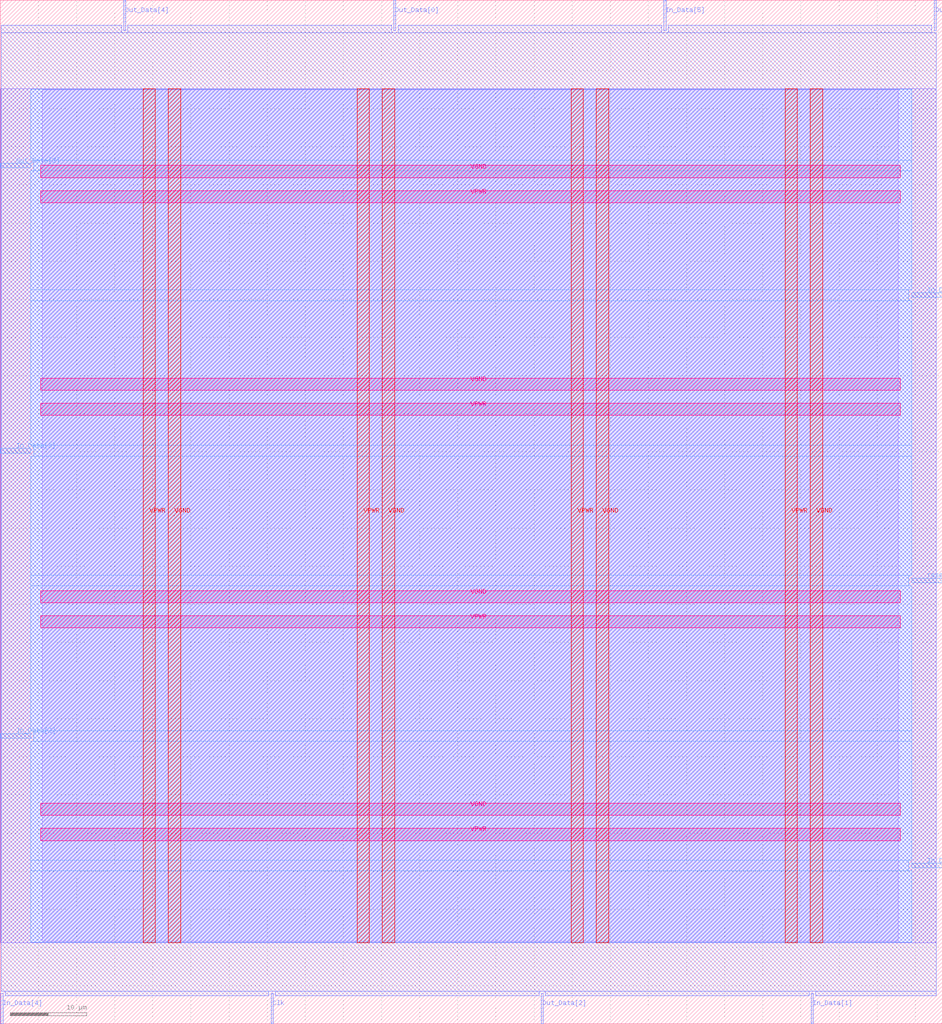
<source format=lef>
VERSION 5.7 ;
  NOWIREEXTENSIONATPIN ON ;
  DIVIDERCHAR "/" ;
  BUSBITCHARS "[]" ;
MACRO DSM
  CLASS BLOCK ;
  FOREIGN DSM ;
  ORIGIN 0.000 0.000 ;
  SIZE 123.530 BY 134.250 ;
  PIN Clk
    DIRECTION INPUT ;
    USE SIGNAL ;
    PORT
      LAYER met2 ;
        RECT 35.510 0.000 35.790 4.000 ;
    END
  END Clk
  PIN In_Data[0]
    DIRECTION INPUT ;
    USE SIGNAL ;
    PORT
      LAYER met3 ;
        RECT 119.530 95.240 123.530 95.840 ;
    END
  END In_Data[0]
  PIN In_Data[1]
    DIRECTION INPUT ;
    USE SIGNAL ;
    PORT
      LAYER met2 ;
        RECT 106.350 0.000 106.630 4.000 ;
    END
  END In_Data[1]
  PIN In_Data[2]
    DIRECTION INPUT ;
    USE SIGNAL ;
    PORT
      LAYER met3 ;
        RECT 0.000 37.440 4.000 38.040 ;
    END
  END In_Data[2]
  PIN In_Data[3]
    DIRECTION INPUT ;
    USE SIGNAL ;
    PORT
      LAYER met3 ;
        RECT 0.000 74.840 4.000 75.440 ;
    END
  END In_Data[3]
  PIN In_Data[4]
    DIRECTION INPUT ;
    USE SIGNAL ;
    PORT
      LAYER met2 ;
        RECT 0.090 0.000 0.370 4.000 ;
    END
  END In_Data[4]
  PIN In_Data[5]
    DIRECTION INPUT ;
    USE SIGNAL ;
    PORT
      LAYER met2 ;
        RECT 87.030 130.250 87.310 134.250 ;
    END
  END In_Data[5]
  PIN In_Data[6]
    DIRECTION INPUT ;
    USE SIGNAL ;
    PORT
      LAYER met3 ;
        RECT 119.530 20.440 123.530 21.040 ;
    END
  END In_Data[6]
  PIN Out_Data[0]
    DIRECTION OUTPUT TRISTATE ;
    USE SIGNAL ;
    PORT
      LAYER met2 ;
        RECT 51.610 130.250 51.890 134.250 ;
    END
  END Out_Data[0]
  PIN Out_Data[1]
    DIRECTION OUTPUT TRISTATE ;
    USE SIGNAL ;
    PORT
      LAYER met2 ;
        RECT 122.450 130.250 122.730 134.250 ;
    END
  END Out_Data[1]
  PIN Out_Data[2]
    DIRECTION OUTPUT TRISTATE ;
    USE SIGNAL ;
    PORT
      LAYER met2 ;
        RECT 70.930 0.000 71.210 4.000 ;
    END
  END Out_Data[2]
  PIN Out_Data[3]
    DIRECTION OUTPUT TRISTATE ;
    USE SIGNAL ;
    PORT
      LAYER met3 ;
        RECT 0.000 112.240 4.000 112.840 ;
    END
  END Out_Data[3]
  PIN Out_Data[4]
    DIRECTION OUTPUT TRISTATE ;
    USE SIGNAL ;
    PORT
      LAYER met2 ;
        RECT 16.190 130.250 16.470 134.250 ;
    END
  END Out_Data[4]
  PIN VGND
    DIRECTION INOUT ;
    USE GROUND ;
    PORT
      LAYER met4 ;
        RECT 22.050 10.640 23.650 122.640 ;
    END
    PORT
      LAYER met4 ;
        RECT 50.110 10.640 51.710 122.640 ;
    END
    PORT
      LAYER met4 ;
        RECT 78.170 10.640 79.770 122.640 ;
    END
    PORT
      LAYER met4 ;
        RECT 106.230 10.640 107.830 122.640 ;
    END
    PORT
      LAYER met5 ;
        RECT 5.280 27.320 118.000 28.920 ;
    END
    PORT
      LAYER met5 ;
        RECT 5.280 55.200 118.000 56.800 ;
    END
    PORT
      LAYER met5 ;
        RECT 5.280 83.080 118.000 84.680 ;
    END
    PORT
      LAYER met5 ;
        RECT 5.280 110.960 118.000 112.560 ;
    END
  END VGND
  PIN VPWR
    DIRECTION INOUT ;
    USE POWER ;
    PORT
      LAYER met4 ;
        RECT 18.750 10.640 20.350 122.640 ;
    END
    PORT
      LAYER met4 ;
        RECT 46.810 10.640 48.410 122.640 ;
    END
    PORT
      LAYER met4 ;
        RECT 74.870 10.640 76.470 122.640 ;
    END
    PORT
      LAYER met4 ;
        RECT 102.930 10.640 104.530 122.640 ;
    END
    PORT
      LAYER met5 ;
        RECT 5.280 24.020 118.000 25.620 ;
    END
    PORT
      LAYER met5 ;
        RECT 5.280 51.900 118.000 53.500 ;
    END
    PORT
      LAYER met5 ;
        RECT 5.280 79.780 118.000 81.380 ;
    END
    PORT
      LAYER met5 ;
        RECT 5.280 107.660 118.000 109.260 ;
    END
  END VPWR
  PIN reset
    DIRECTION INPUT ;
    USE SIGNAL ;
    PORT
      LAYER met3 ;
        RECT 119.530 57.840 123.530 58.440 ;
    END
  END reset
  OBS
      LAYER li1 ;
        RECT 5.520 10.795 117.760 122.485 ;
      LAYER met1 ;
        RECT 0.070 10.640 122.750 122.640 ;
      LAYER met2 ;
        RECT 0.100 129.970 15.910 130.970 ;
        RECT 16.750 129.970 51.330 130.970 ;
        RECT 52.170 129.970 86.750 130.970 ;
        RECT 87.590 129.970 122.170 130.970 ;
        RECT 0.100 4.280 122.720 129.970 ;
        RECT 0.650 3.670 35.230 4.280 ;
        RECT 36.070 3.670 70.650 4.280 ;
        RECT 71.490 3.670 106.070 4.280 ;
        RECT 106.910 3.670 122.720 4.280 ;
      LAYER met3 ;
        RECT 4.000 113.240 119.530 122.565 ;
        RECT 4.400 111.840 119.530 113.240 ;
        RECT 4.000 96.240 119.530 111.840 ;
        RECT 4.000 94.840 119.130 96.240 ;
        RECT 4.000 75.840 119.530 94.840 ;
        RECT 4.400 74.440 119.530 75.840 ;
        RECT 4.000 58.840 119.530 74.440 ;
        RECT 4.000 57.440 119.130 58.840 ;
        RECT 4.000 38.440 119.530 57.440 ;
        RECT 4.400 37.040 119.530 38.440 ;
        RECT 4.000 21.440 119.530 37.040 ;
        RECT 4.000 20.040 119.130 21.440 ;
        RECT 4.000 10.715 119.530 20.040 ;
  END
END DSM
END LIBRARY


</source>
